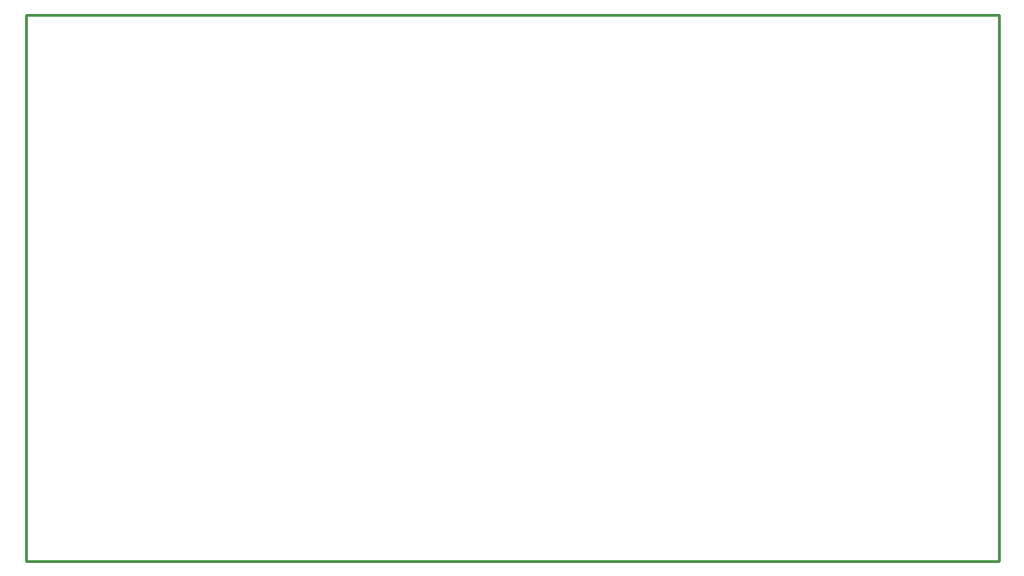
<source format=gm1>
G04 Layer_Color=16711935*
%FSLAX23Y23*%
%MOIN*%
G70*
G01*
G75*
%ADD13C,0.010*%
D13*
X1890Y4320D02*
Y6280D01*
Y4320D02*
X5380D01*
Y6280D01*
X1890D02*
X5380D01*
M02*

</source>
